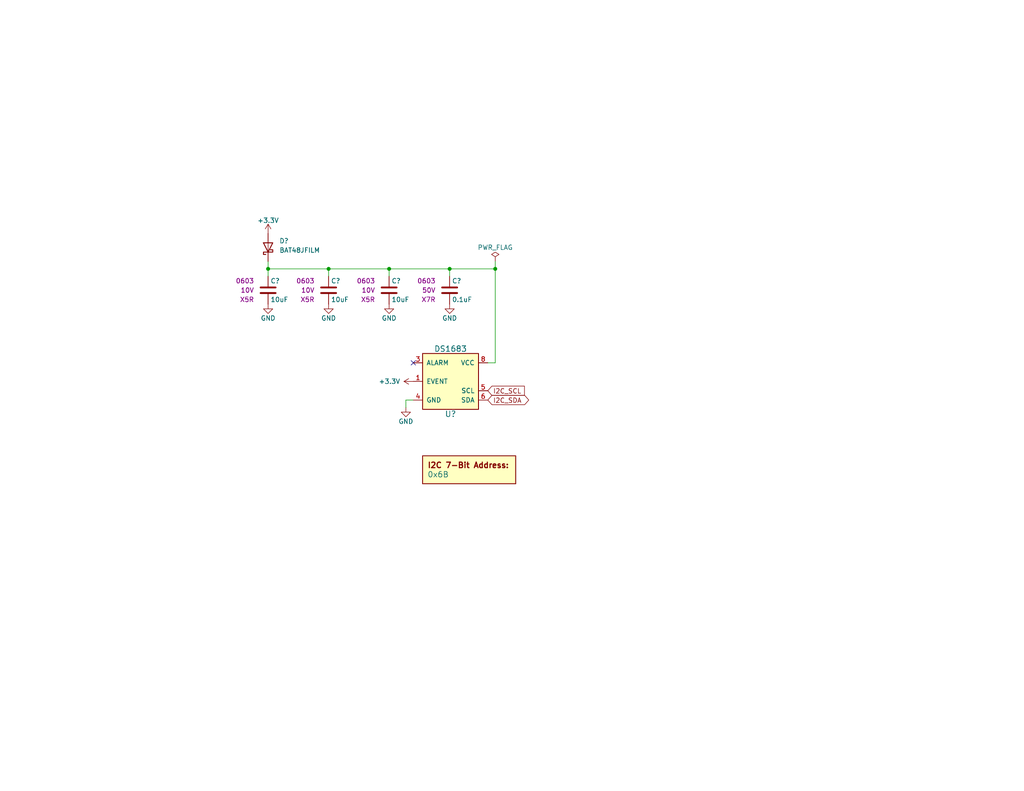
<source format=kicad_sch>
(kicad_sch (version 20230121) (generator eeschema)
  (paper "A")
  (title_block (title "Analog Clock") (date "2020-08-15") (rev "A") (company "Drew Maatman"))
  (lib_symbols
    (symbol "Custom_Library:C_Custom" (pin_numbers hide) (pin_names (offset 0.254))
      (property "Reference" "C" (at 0.635 2.54 0))
      (property "Value" "C_Custom" (at 0.635 -2.54 0))
      (property "display_footprint" "Foot" (at -3.81 2.54 0))
      (property "Voltage" "V" (at -3.81 0 0))
      (property "Dielectric" "Er" (at -3.81 -2.54 0))
      (symbol "C_Custom_0_1"
        (polyline (pts (xy -2.032 -0.762) (xy 2.032 -0.762)) (stroke (width 0.508)))
        (polyline (pts (xy -2.032 0.762) (xy 2.032 0.762)) (stroke (width 0.508)))
      )
      (symbol "C_Custom_1_1"
        (pin passive line (at 0 3.81 270) (length 2.794) (name "~") (number "1"))
        (pin passive line (at 0 -3.81 90) (length 2.794) (name "~") (number "2"))
      )
    )
    (symbol "Custom_Library:DS1683" (pin_names (offset 1.016))
      (property "Reference" "U" (at 0 -8.89 0))
      (property "Value" "DS1683" (at 0 8.89 0))
      (symbol "DS1683_0_1"
        (rectangle (start -7.62 7.62) (end 7.62 -7.62) (stroke (width 0.254)) (fill (type background)))
      )
      (symbol "DS1683_1_1"
        (pin input line (at -10.16 0 0) (length 2.54) (name "EVENT") (number "1"))
        (pin no_connect line (at -7.62 -10.16 90) (length 2.54) hide (name "NC") (number "2"))
        (pin open_collector line (at -10.16 5.08 0) (length 2.54) (name "ALARM") (number "3"))
        (pin power_in line (at -10.16 -5.08 0) (length 2.54) (name "GND") (number "4"))
        (pin open_collector line (at 10.16 -2.54 180) (length 2.54) (name "SCL") (number "5"))
        (pin open_collector line (at 10.16 -5.08 180) (length 2.54) (name "SDA") (number "6"))
        (pin no_connect line (at 7.62 -10.16 90) (length 2.54) hide (name "NC") (number "7"))
        (pin power_in line (at 10.16 5.08 180) (length 2.54) (name "VCC") (number "8"))
      )
    )
    (symbol "Custom_Library:I2C_Address" (pin_names (offset 1.016))
      (property "Value" "I2C_Address" (at -11.43 0 0))
      (symbol "I2C_Address_0_0"
        (rectangle (start -12.7 5.08) (end 12.7 -2.54) (stroke (width 0.254)) (fill (type background)))
        (text "I2C 7-Bit Address:" (at -11.43 2.54 0) (effects (font (size 1.524 1.524) bold) (justify left)))
      )
    )
    (symbol "Diode:BAT48JFILM" (pin_numbers hide) (pin_names (offset 1.016) hide)
      (property "Reference" "D" (at 0 2.54 0))
      (property "Value" "BAT48JFILM" (at 0 -2.54 0))
      (symbol "BAT48JFILM_0_1"
        (polyline (pts (xy 1.27 0) (xy -1.27 0)))
        (polyline (pts (xy 1.27 1.27) (xy 1.27 -1.27) (xy -1.27 0) (xy 1.27 1.27)) (stroke (width 0.254)))
        (polyline (pts (xy -1.905 0.635) (xy -1.905 1.27) (xy -1.27 1.27) (xy -1.27 -1.27) (xy -0.635 -1.27) (xy -0.635 -0.635)) (stroke (width 0.254)))
      )
      (symbol "BAT48JFILM_1_1"
        (pin passive line (at -3.81 0 0) (length 2.54) (name "K") (number "1"))
        (pin passive line (at 3.81 0 180) (length 2.54) (name "A") (number "2"))
      )
    )
    (symbol "power:+3.3V" (power) (pin_names (offset 0))
      (property "Value" "+3.3V" (at 0 3.556 0))
      (symbol "+3.3V_0_1"
        (polyline (pts (xy -0.762 1.27) (xy 0 2.54)))
        (polyline (pts (xy 0 0) (xy 0 2.54)))
        (polyline (pts (xy 0 2.54) (xy 0.762 1.27)))
      )
      (symbol "+3.3V_1_1"
        (pin power_in line (at 0 0 90) (length 0) hide (name "+3.3V") (number "1"))
      )
    )
    (symbol "power:GND" (power) (pin_names (offset 0))
      (property "Value" "GND" (at 0 -3.81 0))
      (symbol "GND_0_1"
        (polyline (pts (xy 0 0) (xy 0 -1.27) (xy 1.27 -1.27) (xy 0 -2.54) (xy -1.27 -1.27) (xy 0 -1.27)))
      )
      (symbol "GND_1_1"
        (pin power_in line (at 0 0 270) (length 0) hide (name "GND") (number "1"))
      )
    )
    (symbol "power:PWR_FLAG" (power) (pin_numbers hide) (pin_names (offset 0) hide)
      (property "Value" "PWR_FLAG" (at 0 3.81 0))
      (symbol "PWR_FLAG_0_0"
        (pin power_out line (at 0 0 90) (length 0) (name "pwr") (number "1"))
      )
      (symbol "PWR_FLAG_0_1"
        (polyline (pts (xy 0 0) (xy 0 1.27) (xy -1.016 1.905) (xy 0 2.54) (xy 1.016 1.905) (xy 0 1.27)))
      )
    )
  )
  (junction (at 106.172 73.406))
  (junction (at 135.128 73.406))
  (junction (at 73.152 73.406))
  (junction (at 122.682 73.406))
  (junction (at 89.662 73.406))
  (no_connect (at 112.776 99.06))
  (wire (pts (xy 135.128 73.406) (xy 122.682 73.406)))
  (wire (pts (xy 110.744 111.252) (xy 110.744 109.22)))
  (wire (pts (xy 73.152 71.374) (xy 73.152 73.406)))
  (wire (pts (xy 73.152 73.406) (xy 73.152 75.438)))
  (wire (pts (xy 89.662 75.438) (xy 89.662 73.406)))
  (wire (pts (xy 110.744 109.22) (xy 112.776 109.22)))
  (wire (pts (xy 135.128 71.374) (xy 135.128 73.406)))
  (wire (pts (xy 135.128 99.06) (xy 133.096 99.06)))
  (wire (pts (xy 89.662 73.406) (xy 73.152 73.406)))
  (wire (pts (xy 122.682 73.406) (xy 106.172 73.406)))
  (wire (pts (xy 135.128 73.406) (xy 135.128 99.06)))
  (wire (pts (xy 122.682 75.438) (xy 122.682 73.406)))
  (wire (pts (xy 106.172 75.438) (xy 106.172 73.406)))
  (wire (pts (xy 106.172 73.406) (xy 89.662 73.406)))
  (global_label "I2C_SCL" (shape input) (at 133.096 106.68 0) (property "Intersheetrefs" "${INTERSHEET_REFS}" (effects hide)))
  (global_label "I2C_SDA" (shape bidirectional) (at 133.096 109.22 0) (property "Intersheetrefs" "${INTERSHEET_REFS}" (effects hide)))
  (symbol (lib_id "Custom_Library:DS1683") (at 122.936 104.14 0) (unit 1)
    (property "Reference" "U?" (at 122.936 113.03 0) (effects (font (size 1.524 1.524))))
    (property "Value" "DS1683" (at 122.936 95.25 0) (effects (font (size 1.524 1.524))))
    (property "Footprint" "Housings_SOIC:SOIC-8_3.9x4.9mm_Pitch1.27mm" (effects hide))
    (property "Datasheet" "https://datasheets.maximintegrated.com/en/ds/DS1683.pdf" (effects hide))
    (property "Digi-Key PN" "DS1683S+-ND" (effects hide))
  )
  (symbol (lib_id "power:GND") (at 110.744 111.252 0) (unit 1)
    (property "Reference" "#PWR?" (effects hide))
    (property "Value" "GND" (at 110.744 115.062 0))
  )
  (symbol (lib_id "Custom_Library:C_Custom") (at 122.682 79.248 0) (unit 1)
    (property "Reference" "C?" (at 123.317 76.708 0) (effects (justify left)))
    (property "Value" "0.1uF" (at 123.317 81.788 0) (effects (justify left)))
    (property "Footprint" "Capacitors_SMD:C_0603" (effects hide))
    (property "display_footprint" "0603" (at 118.872 76.708 0) (effects (justify right)))
    (property "Voltage" "50V" (at 118.872 79.248 0) (effects (justify right)))
    (property "Dielectric" "X7R" (at 118.872 81.788 0) (effects (justify right)))
    (property "Digi-Key PN" "399-7845-1-ND" (effects hide))
  )
  (symbol (lib_id "power:GND") (at 122.682 83.058 0) (unit 1)
    (property "Reference" "#PWR?" (effects hide))
    (property "Value" "GND" (at 122.682 86.868 0))
  )
  (symbol (lib_id "Custom_Library:C_Custom") (at 106.172 79.248 0) (unit 1)
    (property "Reference" "C?" (at 106.807 76.708 0) (effects (justify left)))
    (property "Value" "10uF" (at 106.807 81.788 0) (effects (justify left)))
    (property "Footprint" "Capacitors_SMD:C_0603" (effects hide))
    (property "Digi-Key PN" "490-10474-1-ND" (effects hide))
    (property "display_footprint" "0603" (at 102.362 76.708 0) (effects (justify right)))
    (property "Voltage" "10V" (at 102.362 79.248 0) (effects (justify right)))
    (property "Dielectric" "X5R" (at 102.362 81.788 0) (effects (justify right)))
  )
  (symbol (lib_id "Custom_Library:C_Custom") (at 89.662 79.248 0) (unit 1)
    (property "Reference" "C?" (at 90.297 76.708 0) (effects (justify left)))
    (property "Value" "10uF" (at 90.297 81.788 0) (effects (justify left)))
    (property "Footprint" "Capacitors_SMD:C_0603" (effects hide))
    (property "Digi-Key PN" "490-10474-1-ND" (effects hide))
    (property "display_footprint" "0603" (at 85.852 76.708 0) (effects (justify right)))
    (property "Voltage" "10V" (at 85.852 79.248 0) (effects (justify right)))
    (property "Dielectric" "X5R" (at 85.852 81.788 0) (effects (justify right)))
  )
  (symbol (lib_id "Custom_Library:C_Custom") (at 73.152 79.248 0) (unit 1)
    (property "Reference" "C?" (at 73.787 76.708 0) (effects (justify left)))
    (property "Value" "10uF" (at 73.787 81.788 0) (effects (justify left)))
    (property "Footprint" "Capacitors_SMD:C_0603" (effects hide))
    (property "Digi-Key PN" "490-10474-1-ND" (effects hide))
    (property "display_footprint" "0603" (at 69.342 76.708 0) (effects (justify right)))
    (property "Voltage" "10V" (at 69.342 79.248 0) (effects (justify right)))
    (property "Dielectric" "X5R" (at 69.342 81.788 0) (effects (justify right)))
  )
  (symbol (lib_id "power:GND") (at 106.172 83.058 0) (unit 1)
    (property "Reference" "#PWR?" (effects hide))
    (property "Value" "GND" (at 106.172 86.868 0))
  )
  (symbol (lib_id "power:GND") (at 89.662 83.058 0) (unit 1)
    (property "Reference" "#PWR?" (effects hide))
    (property "Value" "GND" (at 89.662 86.868 0))
  )
  (symbol (lib_id "power:GND") (at 73.152 83.058 0) (unit 1)
    (property "Reference" "#PWR?" (effects hide))
    (property "Value" "GND" (at 73.152 86.868 0))
  )
  (symbol (lib_id "power:+3.3V") (at 112.776 104.14 90) (unit 1)
    (property "Reference" "#PWR?" (effects hide))
    (property "Value" "+3.3V" (at 109.22 104.14 90) (effects (justify left)))
  )
  (symbol (lib_id "power:+3.3V") (at 73.152 63.754 0) (unit 1)
    (property "Reference" "#PWR?" (effects hide))
    (property "Value" "+3.3V" (at 73.152 60.198 0))
  )
  (symbol (lib_id "Custom_Library:I2C_Address") (at 128.016 129.54 0) (unit 1)
    (property "Reference" "DOC?" (effects hide))
    (property "Value" "0x6B" (at 116.586 129.54 0) (effects (font (size 1.524 1.524)) (justify left)))
  )
  (symbol (lib_id "power:PWR_FLAG") (at 135.128 71.374 0) (unit 1)
    (property "Reference" "#FLG?" (effects hide))
    (property "Value" "PWR_FLAG" (at 135.128 67.564 0))
  )
  (symbol (lib_id "Diode:BAT48JFILM") (at 73.152 67.564 90) (unit 1)
    (property "Reference" "D?" (at 76.2 65.786 90) (effects (justify right)))
    (property "Value" "BAT48JFILM" (at 76.2 68.326 90) (effects (justify right)))
    (property "Footprint" "Diode_SMD:D_SOD-323" (effects hide))
    (property "Datasheet" "www.st.com/resource/en/datasheet/bat48.pdf" (effects hide))
    (property "Digi-Key PN" "497-5711-1-ND" (effects hide))
  )
)
</source>
